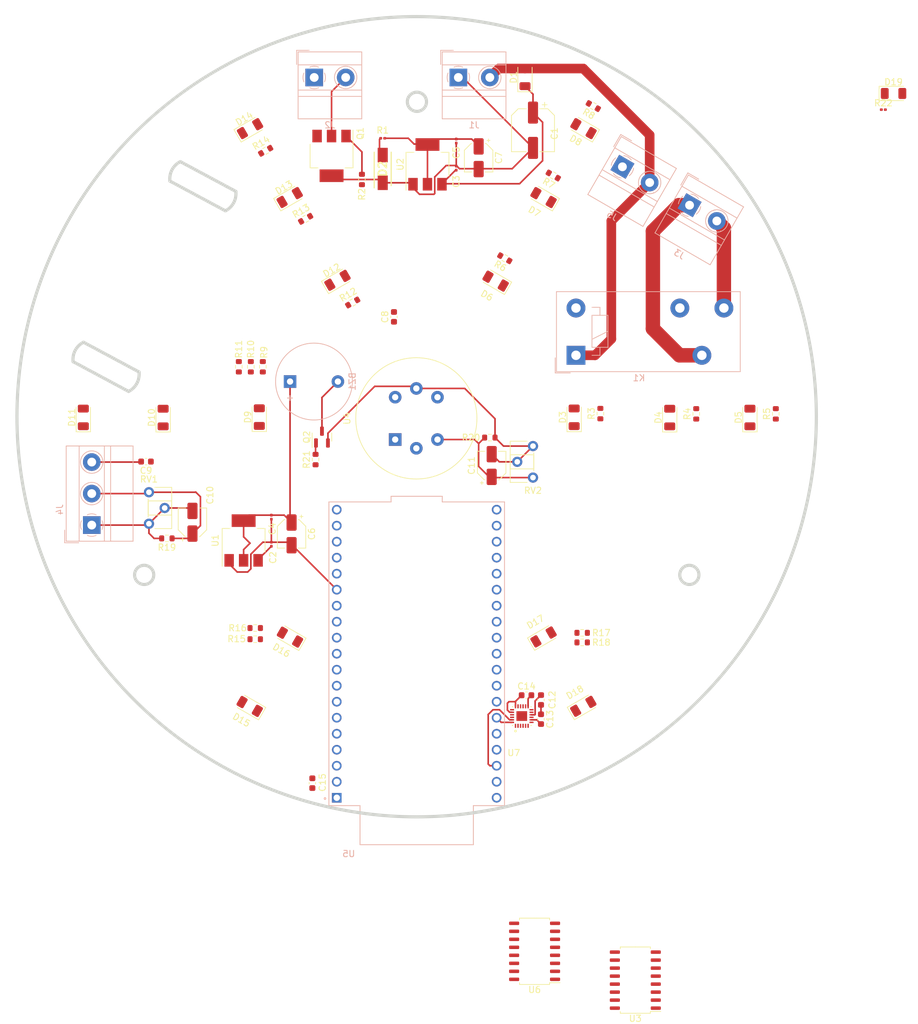
<source format=kicad_pcb>
(kicad_pcb (version 20221018) (generator pcbnew)
  (layers (0 "F.Cu" signal) (1 "In1.Cu" power "GND") (2 "In2.Cu" power "PWR") (31 "B.Cu" signal) (34 "B.Paste" user) (35 "F.Paste" user) (36 "B.SilkS" user "B.Silkscreen") (37 "F.SilkS" user "F.Silkscreen") (38 "B.Mask" user) (39 "F.Mask" user) (44 "Edge.Cuts" user))
  (net 0 "")
  (net 1 "+3.3V")
  (net 2 "Net-(BZ1-+)")
  (net 3 "Earth")
  (net 4 "+5V")
  (net 5 "Net-(J4-Pin_3)")
  (net 6 "/Sen_ext")
  (net 7 "/Sen_int")
  (net 8 "Net-(U7-REGOUT)")
  (net 9 "Net-(D3-K)")
  (net 10 "Net-(D3-A)")
  (net 11 "Net-(D4-A)")
  (net 12 "Net-(D5-A)")
  (net 13 "Net-(D6-A)")
  (net 14 "Net-(D7-A)")
  (net 15 "Net-(D8-A)")
  (net 16 "Net-(D10-K)")
  (net 17 "Net-(D9-A)")
  (net 18 "Net-(D10-A)")
  (net 19 "Net-(D11-A)")
  (net 20 "Net-(D12-A)")
  (net 21 "Net-(D13-A)")
  (net 22 "Net-(D14-A)")
  (net 23 "Net-(D15-K)")
  (net 24 "Net-(D15-A)")
  (net 25 "Net-(D16-A)")
  (net 26 "Net-(D17-A)")
  (net 27 "Net-(D18-A)")
  (net 28 "+12V")
  (net 29 "/Pin_RL")
  (net 30 "Net-(Q1-G)")
  (net 31 "Net-(Q2-B)")
  (net 32 "/Pin_trans")
  (net 33 "/Pin_bzz")
  (net 34 "/ledR")
  (net 35 "/ledB")
  (net 36 "/ledY")
  (net 41 "GNDREF")
  (net 53 "/Pin_MPU")
  (net 67 "Net-(D19-A)")
  (net 68 "Net-(U5-IO16)")
  (net 69 "Net-(U5-IO17)")
  (net 71 "/SDA")
  (net 74 "/SCL")
  (net 91 "Net-(D2-A)")
  (net 92 "/Mod_trans/Trans_out")
  (net 93 "/Mod_Relay/Com")
  (net 94 "/Mod_Relay/NO")
  (net 95 "/Mod_ESP32/Db_led")
  (net 96 "/Mod_Relay/NC")
  (net 97 "Net-(#FLG02-pwr)")
  (net 98 "Net-(#FLG05-pwr)")
  (footprint "Capacitor_SMD:C_0201_0603Metric" (layer "F.Cu") (at 103.632 55.535 90)
    (fp_text reference "C3")
    (fp_text value "100nf" hide)
  )
  (footprint "LED_SMD:LED_1206_3216Metric" (layer "F.Cu") (at 44.38 95.1 90)
    (fp_text reference "D11")
    (fp_text value "Blue_Led")
  )
  (footprint "LED_SMD:LED_1206_3216Metric" (layer "F.Cu") (at 123.812436 140.95 30)
    (fp_text reference "D18")
    (fp_text value "Yellow_Led")
  )
  (footprint "Capacitor_SMD:CP_Elec_6.3x5.4" (layer "F.Cu") (at 115.824 49.524 -90)
    (fp_text reference "C1")
    (fp_text value "100uf")
  )
  (footprint "Capacitor_SMD:C_0201_0603Metric" (layer "F.Cu") (at 74.26 110.932 -90)
    (fp_text reference "C4")
    (fp_text value "100nf" hide)
  )
  (footprint "Package_TO_SOT_SMD:SOT-23" (layer "F.Cu") (at 82.296 98.2195 90)
    (fp_text reference "Q2")
    (fp_text value "BC817")
  )
  (footprint "Resistor_SMD:R_0603_1608Metric" (layer "F.Cu") (at 69.088 87.059 90)
    (fp_text reference "R11")
    (fp_text value "220" hide)
  )
  (footprint "Potentiometer_THT:Potentiometer_ACP_CA6-H2,5_Horizontal" (layer "F.Cu") (at 115.824 104.648 180)
    (fp_text reference "RV2")
    (fp_text value "20K")
  )
  (footprint "LED_SMD:LED_1206_3216Metric" (layer "F.Cu") (at 123.847564 49.27 150)
    (fp_text reference "D8")
    (fp_text value "Red_Led")
  )
  (footprint "Resistor_SMD:R_0603_1608Metric" (layer "F.Cu") (at 87.18 76.86 30)
    (fp_text reference "R12")
    (fp_text value "220")
  )
  (footprint "Resistor_SMD:R_0603_1608Metric" (layer "F.Cu") (at 71.691 128.524)
    (fp_text reference "R16")
    (fp_text value "220" hide)
  )
  (footprint "LED_SMD:LED_1206_3216Metric" (layer "F.Cu") (at 117.497564 60.21 150)
    (fp_text reference "D7")
    (fp_text value "Red_Led")
  )
  (footprint "Resistor_SMD:R_0603_1608Metric" (layer "F.Cu") (at 71.691 130.302)
    (fp_text reference "R15")
    (fp_text value "220" hide)
  )
  (footprint "Capacitor_SMD:C_0603_1608Metric" (layer "F.Cu") (at 117.094 142.989 -90)
    (fp_text reference "C13")
    (fp_text value "10nF" hide)
  )
  (footprint "Resistor_SMD:R_0603_1608Metric" (layer "F.Cu") (at 88.646 57.341 90)
    (fp_text reference "R2")
    (fp_text value "220")
  )
  (footprint "Package_TO_SOT_SMD:SOT-223-3_TabPin2" (layer "F.Cu") (at 99.06 54.942 90)
    (fp_text reference "U2")
    (fp_text value "AMS1117-5.0" hide)
  )
  (footprint "LED_SMD:LED_1206_3216Metric" (layer "F.Cu") (at 70.87 49.27 30)
    (fp_text reference "D14")
    (fp_text value "Blue_Led")
  )
  (footprint "LED_SMD:LED_1206_3216Metric" (layer "F.Cu") (at 84.757564 73.34 30)
    (fp_text reference "D12")
    (fp_text value "Blue_Led")
  )
  (footprint "LED_SMD:LED_1206_3216Metric" (layer "F.Cu") (at 72.34 95.05 90)
    (fp_text reference "D9")
    (fp_text value "Blue_Led")
  )
  (footprint "Package_TO_SOT_SMD:SOT-223-3_TabPin2" (layer "F.Cu") (at 69.85 114.632 90)
    (fp_text reference "U1")
    (fp_text value "AMS1117-3.3" hide)
  )
  (footprint "LED_SMD:LED_1206_3216Metric" (layer "F.Cu") (at 137.55 95.12 90)
    (fp_text reference "D4")
    (fp_text value "Red_Led")
  )
  (footprint "Capacitor_SMD:C_0603_1608Metric" (layer "F.Cu") (at 93.738 79.144 90)
    (fp_text reference "C8")
    (fp_text value "100nf")
  )
  (footprint "Resistor_SMD:R_0603_1608Metric" (layer "F.Cu") (at 126.53 94.495 90)
    (fp_text reference "R3")
    (fp_text value "220")
  )
  (footprint "LED_SMD:LED_1206_3216Metric" (layer "F.Cu") (at 150.29 95.11 90)
    (fp_text reference "D5")
    (fp_text value "Red_Led")
  )
  (footprint "Resistor_SMD:R_0603_1608Metric" (layer "F.Cu") (at 119.045529 56.7075 150)
    (fp_text reference "R7")
    (fp_text value "220")
  )
  (footprint "Resistor_SMD:R_0201_0603Metric" (layer "F.Cu") (at 171.484 46.258)
    (fp_text reference "R22")
    (fp_text value "220")
  )
  (footprint "Resistor_SMD:R_0603_1608Metric" (layer "F.Cu") (at 79.7 63.58 30)
    (fp_text reference "R13")
    (fp_text value "220")
  )
  (footprint "Sensor:MQ-6" (layer "F.Cu") (at 93.93 98.61 90)
    (fp_text reference "U4")
    (fp_text value "MQ-6")
  )
  (footprint "Resistor_SMD:R_0201_0603Metric" (layer "F.Cu") (at 91.948 50.8 180)
    (fp_text reference "R1")
    (fp_text value "220" hide)
  )
  (footprint "Resistor_SMD:R_0603_1608Metric" (layer "F.Cu") (at 72.898 87.059 90)
    (fp_text reference "R9")
    (fp_text value "220" hide)
  )
  (footprint "Capacitor_SMD:C_0603_1608Metric" (layer "F.Cu") (at 80.772 153.149 90)
    (fp_text reference "C15")
    (fp_text value "100nf" hide)
  )
  (footprint "Capacitor_SMD:C_0201_0603Metric" (layer "F.Cu") (at 74.26 115.225 90)
    (fp_text reference "C2")
    (fp_text value "100nf" hide)
  )
  (footprint "Capacitor_SMD:CP_Elec_4x5.4" (layer "F.Cu") (at 109.26 102.734 90)
    (fp_text reference "C11")
    (fp_text value "4.7 uF" hide)
  )
  (footprint "MPU-6500:QFN40P300X300X95-25N" (layer "F.Cu") (at 114.046 142.494 90)
    (fp_text reference "U7")
    (fp_text value "MPU-6500" hide)
  )
  (footprint "Capacitor_SMD:C_0201_0603Metric" (layer "F.Cu") (at 103.632 51.242 -90)
    (fp_text reference "C5")
    (fp_text value "100nf" hide)
  )
  (footprint "Resistor_SMD:R_0603_1608Metric" (layer "F.Cu") (at 108.966 98.298)
    (fp_text reference "R20")
    (fp_text value "100" hide)
  )
  (footprint "Resistor_SMD:R_0603_1608Metric" (layer "F.Cu") (at 73.35 52.78 30)
    (fp_text reference "R14")
    (fp_text value "220")
  )
  (footprint "Resistor_SMD:R_0603_1608Metric" (layer "F.Cu") (at 123.635 129.286 180)
    (fp_text reference "R17")
    (fp_text value "220" hide)
  )
  (footprint "Capacitor_SMD:C_0603_1608Metric" (layer "F.Cu") (at 117.094 139.941 -90)
    (fp_text reference "C12")
    (fp_text value "100nf" hide)
  )
  (footprint "LED_SMD:LED_1206_3216Metric" (layer "F.Cu") (at 109.887564 73.47 150)
    (fp_text reference "D6")
    (fp_text value "Red_Led")
  )
  (footprint "LED_SMD:LED_1206_3216Metric" (layer "F.Cu") (at 57.06 95.12 90)
    (fp_text reference "D10")
    (fp_text value "Blue_Led")
  )
  (footprint "Resistor_SMD:R_0603_1608Metric" (layer "F.Cu") (at 154.4 94.535 90)
    (fp_text reference "R5")
    (fp_text value "220")
  )
  (footprint "Resistor_SMD:R_0603_1608Metric" (layer "F.Cu") (at 141.76 94.535 90)
    (fp_text reference "R4")
    (fp_text value "220")
  )
  (footprint "Resistor_SMD:R_0603_1608Metric" (layer "F.Cu") (at 125.405529 45.6875 150)
    (fp_text reference "R8")
    (fp_text value "220")
  )
  (footprint "LED_SMD:LED_1206_3216Metric" (layer "F.Cu") (at 173.104 43.688)
    (fp_text reference "D19")
    (fp_text value "Green_Led")
  )
  (footprint "Capacitor_SMD:CP_Elec_4x5.4" (layer "F.Cu") (at 61.722 111.738 90)
    (fp_text reference "C10")
    (fp_text value "4.7 uF" hide)
  )
  (footprint "LED_SMD:LED_1206_3216Metric" (layer "F.Cu") (at 77.217564 129.97 150)
    (fp_text reference "D16")
    (fp_text value "Yellow_Led")
  )
  (footprint "Resistor_SMD:R_0603_1608Metric" (layer "F.Cu") (at 123.635 130.81 180)
    (fp_text reference "R18")
    (fp_text value "220" hide)
  )
  (footprint "Potentiometer_THT:Potentiometer_ACP_CA6-H2,5_Horizontal" (layer "F.Cu") (at 54.809 106.974)
    (fp_text reference "RV1")
    (fp_text value "20K")
  )
  (footprint "Package_SO:SOIC-16_4.55x10.3mm_P1.27mm" (layer "F.Cu") (at 132.08 184.404 180)
    (fp_text reference "U3")
    (fp_text value "ULN2003")
  )
  (footprint "Resistor_SMD:R_0603_1608Metric" (layer "F.Cu") (at 111.345529 69.8375 150)
    (fp_text reference "R6")
    (fp_text value "220")
  )
  (footprint "Resistor_SMD:R_0603_1608Metric" (layer "F.Cu") (at 57.658 114.3 180)
    (fp_text reference "R19")
    (fp_text value "100" hide)
  )
  (footprint "Package_TO_SOT_SMD:SOT-223" (layer "F.Cu") (at 83.82 53.594 -90)
    (fp_text reference "Q1")
    (fp_text value "BSP75N")
  )
  (footprint "LED_SMD:LED_1206_3216Metric" (layer "F.Cu") (at 70.817564 140.97 150)
    (fp_text reference "D15")
    (fp_text value "Yellow_Led")
  )
  (footprint "Resistor_SMD:R_0603_1608Metric" (layer "F.Cu") (at 70.993 87.059 90)
    (fp_text reference "R10")
    (fp_text value "220" hide)
  )
  (footprint "Resistor_SMD:R_0603_1608Metric" (layer "F.Cu") (at 81.28 101.791 90)
    (fp_text reference "R21")
    (fp_text value "1K")
  )
  (footprint "LED_SMD:LED_1206_3216Metric" (layer "F.Cu") (at 117.497564 129.94 30)
    (fp_text reference "D17")
    (fp_text value "Yellow_Led")
  )
  (footprint "Capacitor_SMD:CP_Elec_4x5.4" (layer "F.Cu") (at 107.188 53.892 -90)
    (fp_text reference "C7")
    (fp_text value "22uf" hide)
  )
  (footprint "Capacitor_SMD:C_0603_1608Metric" (layer "F.Cu") (at 54.343 102.108 180)
    (fp_text reference "C9")
    (fp_text value "100nf" hide)
  )
  (footprint "M7:DIOM5327X240N" (layer "F.Cu") (at 91.948 55.664 90)
    (fp_text reference "D2")
    (fp_text value "Green_Led" hide)
  )
  (footprint "LED_SMD:LED_1206_3216Metric" (layer "F.Cu") (at 114.554 41.128 90)
    (fp_text reference "D1")
    (fp_text value "M7")
  )
  (footprint "LED_SMD:LED_1206_3216Metric" (layer "F.Cu") (at 122.36 95.08 90)
    (fp_text reference "D3")
    (fp_text value "Red_Led")
  )
  (footprint "Capacitor_SMD:CP_Elec_4x5.4" (layer "F.Cu") (at 77.47 113.582 -90)
    (fp_text reference "C6")
    (fp_text value "22uf" hide)
  )
  (footprint "Capacitor_SMD:C_0603_1608Metric" (layer "F.Cu") (at 114.795 139.192)
    (fp_text reference "C14")
    (fp_text value "100nf" hide)
  )
  (footprint "Package_SO:SOIC-16_4.55x10.3mm_P1.27mm" (layer "F.Cu") (at 116.078 179.832 180)
    (fp_text reference "U6")
    (fp_text value "ULN2003")
  )
  (footprint "LED_SMD:LED_1206_3216Metric" (layer "F.Cu") (at 77.17 60.2 30)
    (fp_text reference "D13")
    (fp_text value "Blue_Led")
  )
  (footprint "esp32:MODULE_ESP32-DEVKITC" (layer "B.Cu") (at 97.3475 132.61)
    (fp_text reference "U5")
    (fp_text value "ESP32-DEVKITC")
  )
  (footprint "Relay_THT:Relay_SPDT_Finder_40.31" (layer "B.Cu") (at 122.6545 85.2415)
    (fp_text reference "K1")
    (fp_text value "FINDER-40.31")
  )
  (footprint "TerminalBlock_MetzConnect:TerminalBlock_MetzConnect_Type011_RT05502HBWC_1x02_P5.00mm_Horizontal" (layer "B.Cu") (at 130.031937 55.325468 -30)
    (fp_text reference "J5")
    (fp_text value "TB2")
  )
  (footprint "Buzzer_Beeper:Buzzer_12x9.5RM7.6" (layer "B.Cu") (at 77.226 89.408)
    (fp_text reference "BZ1")
    (fp_text value "Buzzer")
  )
  (footprint "TerminalBlock_MetzConnect:TerminalBlock_MetzConnect_Type011_RT05502HBWC_1x02_P5.00mm_Horizontal" (layer "B.Cu") (at 81.066 41.148)
    (fp_text reference "J2")
    (fp_text value "TB2")
  )
  (footprint "TerminalBlock_MetzConnect:TerminalBlock_MetzConnect_Type011_RT05502HBWC_1x02_P5.00mm_Horizontal" (layer "B.Cu") (at 103.966 41.148)
    (fp_text reference "J1")
    (fp_text value "TB2")
  )
  (footprint "TerminalBlock_MetzConnect:TerminalBlock_MetzConnect_Type011_RT05503HBWC_1x03_P5.00mm_Horizontal" (layer "B.Cu") (at 45.72 112.188 90)
    (fp_text reference "J4")
    (fp_text value "TB3")
  )
  (footprint "TerminalBlock_MetzConnect:TerminalBlock_MetzConnect_Type011_RT05502HBWC_1x02_P5.00mm_Horizontal" (layer "B.Cu") (at 140.699937 61.421468 -30)
    (fp_text reference "J3")
    (fp_text value "TB2")
  )
  (gr_arc (start 53.23 87.89) (mid 52.889813 89.69308) (end 51.577099 90.975112) (stroke (width 0.5)) (layer "Edge.Cuts"))
  (gr_line (start 42.762492 86.252539) (end 51.577099 90.975112) (stroke (width 0.5)) (layer "Edge.Cuts"))
  (gr_arc (start 58.142492 57.592539) (mid 58.482702 55.789471) (end 59.795392 54.507426) (stroke (width 0.5)) (layer "Edge.Cuts"))
  (gr_arc (start 68.61 59.23) (mid 68.269813 61.03308) (end 66.957099 62.315112) (stroke (width 0.5)) (layer "Edge.Cuts"))
  (gr_circle (center 140.6652 120.0912) (end 142.1892 120.0912) (stroke (width 0.5)) (fill none) (layer "Edge.Cuts"))
  (gr_line (start 44.415392 83.167426) (end 53.23 87.89) (stroke (width 0.5)) (layer "Edge.Cuts"))
  (gr_circle (center 97.34 94.99) (end 160.840857 94.99) (stroke (width 0.5)) (fill none) (layer "Edge.Cuts"))
  (gr_arc (start 42.762492 86.252539) (mid 43.102702 84.449471) (end 44.415392 83.167426) (stroke (width 0.5)) (layer "Edge.Cuts"))
  (gr_circle (center 54.0512 120.0912) (end 55.5752 120.0912) (stroke (width 0.5)) (fill none) (layer "Edge.Cuts"))
  (gr_line (start 59.795392 54.507426) (end 68.61 59.23) (stroke (width 0.5)) (layer "Edge.Cuts"))
  (gr_circle (center 97.3836 45.0088) (end 98.9076 45.0088) (stroke (width 0.5)) (fill none) (layer "Edge.Cuts"))
  (gr_line (start 58.142492 57.592539) (end 66.957099 62.315112) (stroke (width 0.5)) (layer "Edge.Cuts"))
  (segment (start 69.85 114.046) (end 70.866 115.062) (width 0.254) (layer "F.Cu") (net 1))
  (segment (start 70.72 110.612) (end 69.85 111.482) (width 0.254) (layer "F.Cu") (net 1))
  (segment (start 69.85 111.416) (end 69.85 114.046) (width 0.254) (layer "F.Cu") (net 1))
  (segment (start 74.26 110.612) (end 76.3 110.612) (width 0.254) (layer "F.Cu") (net 1))
  (segment (start 69.85 117.716) (end 69.85 116.078) (width 0.254) (layer "F.Cu") (net 1))
  (segment (start 115.046 140.949) (end 115.046 139.716) (width 0.254) (layer "F.Cu") (net 1))
  (segment (start 115.046 139.716) (end 115.57 139.192) (width 0.254) (layer "F.Cu") (net 1))
  (segment (start 77.194 111.716) (end 77.47 111.716) (width 0.254) (layer "F.Cu") (net 1))
  (segment (start 116.424 143.094) (end 115.591 143.094) (width 0.254) (layer "F.Cu") (net 1))
  (segment (start 74.26 110.612) (end 70.72 110.612) (width 0.254) (layer "F.Cu") (net 1))
  (segment (start 77.226 111.472) (end 77.226 89.408) (width 0.254) (layer "F.Cu") (net 1))
  (segment (start 69.85 116.078) (end 70.866 115.062) (width 0.254) (layer "F.Cu") (net 1))
  (segment (start 76.3 110.612) (end 77.47 111.782) (width 0.254) (layer "F.Cu") (net 1))
  (segment (start 77.47 111.716) (end 77.226 111.472) (width 0.254) (layer "F.Cu") (net 1))
  (segment (start 117.094 143.764) (end 116.424 143.094) (width 0.254) (layer "F.Cu") (net 1))
  (segment (start 82.296 91.938) (end 84.826 89.408) (width 0.254) (layer "F.Cu") (net 2))
  (segment (start 82.296 97.282) (end 82.296 91.938) (width 0.254) (layer "F.Cu") (net 2))
  (segment (start 54.809 111.974) (end 54.809 113.483) (width 0.254) (layer "F.Cu") (net 3))
  (segment (start 103.632 51.562) (end 103.632 55.215) (width 0.254) (layer "F.Cu") (net 3))
  (segment (start 117.094 142.214) (end 117.094 140.716) (width 0.254) (layer "F.Cu") (net 3))
  (segment (start 115.824 52.324) (end 112.522 55.626) (width 0.254) (layer "F.Cu") (net 3))
  (segment (start 103.632 55.118) (end 102.034999 55.118) (width 0.254) (layer "F.Cu") (net 3))
  (segment (start 76.993 114.905) (end 77.47 115.382) (width 0.254) (layer "F.Cu") (net 3))
  (segment (start 111.76 141.538344) (end 111.76 140.462) (width 0.254) (layer "F.Cu") (net 3))
  (segment (start 104.14 55.626) (end 107.188 55.626) (width 0.254) (layer "F.Cu") (net 3))
  (segment (start 67.55 118.35) (end 68.834 119.634) (width 0.254) (layer "F.Cu") (net 3))
  (segment (start 91.596 57.512) (end 91.948 57.864) (width 0.254) (layer "F.Cu") (net 3))
  (segment (start 109.26 100.934) (end 110.474 102.148) (width 0.254) (layer "F.Cu") (net 3))
  (segment (start 112.014 140.208) (end 113.004 140.208) (width 0.254) (layer "F.Cu") (net 3))
  (segment (start 113.324 102.148) (end 115.824 99.648) (width 0.254) (layer "F.Cu") (net 3))
  (segment (start 97.79 59.69) (end 96.76 58.66) (width 0.254) (layer "F.Cu") (net 3))
  (segment (start 77.5235 115.316) (end 77.47 115.316) (width 0.254) (layer "F.Cu") (net 3))
  (segment (start 45.72 112.188) (end 54.595 112.188) (width 0.254) (layer "F.Cu") (net 3))
  (segment (start 100.209999 56.943) (end 100.209999 59.556001) (width 0.254) (layer "F.Cu") (net 3))
  (segment (start 83.246 97.602) (end 90.678 90.17) (width 0.254) (layer "F.Cu") (net 3))
  (segment (start 70.999999 119.126) (end 70.999999 116.808) (width 0.254) (layer "F.Cu") (net 3))
  (segment (start 114.02 139.192) (end 113.046 140.166) (width 0.254) (layer "F.Cu") (net 3))
  (segment (start 111.76 140.462) (end 112.014 140.208) (width 0.254) (layer "F.Cu") (net 3))
  (segment (start 72.902999 114.905) (end 74.26 114.905) (width 0.254) (layer "F.Cu") (net 3))
  (segment (start 70.999999 116.808) (end 72.902999 114.905) (width 0.254) (layer "F.Cu") (net 3))
  (segment (start 70.491999 119.634) (end 70.999999 119.126) (width 0.254) (layer "F.Cu") (net 3))
  (segment (start 103.632 55.118) (end 104.14 55.626) (width 0.254) (layer "F.Cu") (net 3))
  (segment (start 112.501 141.894) (end 112.115656 141.894) (width 0.254) (layer "F.Cu") (net 3))
  (segment (start 109.791 95.313) (end 109.791 98.298) (width 0.254) (layer "F.Cu") (net 3))
  (segment (start 102.034999 55.118) (end 100.209999 56.943) (width 0.254) (layer "F.Cu") (net 3))
  (segment (start 109.791 98.298) (end 111.141 99.648) (width 0.254) (layer "F.Cu") (net 3))
  (segment (start 84.588 57.340999) (end 91.596 57.340999) (width 0.254) (layer "F.Cu") (net 3))
  (segment (start 91.948 57.864) (end 96.61 57.864) (width 0.254) (layer "F.Cu") (net 3))
  (segment (start 55.626 114.3) (end 56.833 114.3) (width 0.254) (layer "F.Cu") (net 3))
  (segment (start 103.966 41.148) (end 104.648 41.148) (width 0.254) (layer "F.Cu") (net 3))
  (segment (start 112.115656 141.894) (end 111.76 141.538344) (width 0.254) (layer "F.Cu") (net 3))
  (segment (start 83.82 56.744) (end 84.588 57.512) (width 0.254) (layer "F.Cu") (net 3))
  (segment (start 110.474 102.148) (end 113.324 102.148) (width 0.254) (layer "F.Cu") (net 3))
  (segment (start 100.209999 59.556001) (end 100.076 59.69) (width 0.254) (layer "F.Cu") (net 3))
  (segment (start 54.809 111.974) (end 57.309 109.474) (width 0.254) (layer "F.Cu") (net 3))
  (segment (start 67.55 117.782) (end 67.55 118.35) (width 0.254) (layer "F.Cu") (net 3))
  (segment (start 104.978 90.5) (end 109.791 95.313) (width 0.254) (layer "F.Cu") (net 3))
  (segment (start 96.76 58.66) (end 96.76 58.014) (width 0.254) (layer "F.Cu") (net 3))
  (segment (start 113.004 140.208) (end 113.046 140.166) (width 0.254) (layer "F.Cu") (net 3))
  (segment (start 97.29 90.5) (end 104.978 90.5) (width 0.254) (layer "F.Cu") (net 3))
  (segment (start 74.26 114.905) (end 76.993 114.905) (width 0.254) (layer "F.Cu") (net 3))
  (segment (start 68.834 119.634) (end 70.491999 119.634) (width 0.254) (layer "F.Cu") (net 3))
  (segment (start 96.96 90.17) (end 97.29 90.5) (width 0.254) (layer "F.Cu") (net 3))
  (segment (start 113.046 140.166) (end 113.046 140.949) (width 0.254) (layer "F.Cu") (net 3))
  (segment (start 74.26 114.905) (end 74.26 111.252) (width 0.254) (layer "F.Cu") (net 3))
  (segment (start 54.595 112.188) (end 54.809 111.974) (width 0.254) (layer "F.Cu") (net 3))
  (segment (start 104.648 41.148) (end 115.824 52.324) (width 0.254) (layer "F.Cu") (net 3))
  (segment (start 61.258 109.474) (end 57.309 109.474) (width 0.254) (layer "F.Cu") (net 3))
  (segment (start 77.15 115.636) (end 77.47 115.316) (width 0.254) (layer "F.Cu") (net 3))
  (segment (start 54.809 113.483) (end 55.626 114.3) (width 0.254) (layer "F.Cu") (net 3))
  (segment (start 112.522 55.626) (end 107.188 55.626) (width 0.254) (layer "F.Cu") (net 3))
  (segment (start 111.141 99.648) (end 115.824 99.648) (width 0.254) (layer "F.Cu") (net 3))
  (segment (start 96.61 57.864) (end 96.76 58.014) (width 0.254) (layer "F.Cu") (net 3))
  (segment (start 100.076 59.69) (end 97.79 59.69) (width 0.254) (layer "F.Cu") (net 3))
  (segment (start 90.678 90.17) (end 96.96 90.17) (width 0.254) (layer "F.Cu") (net 3))
  (segment (start 84.6475 122.44) (end 77.5235 115.316) (width 0.254) (layer "F.Cu") (net 3))
  (segment (start 83.246 99.157) (end 83.246 97.602) (width 0.254) (layer "F.Cu") (net 3))
  (segment (start 61.722 109.938) (end 61.258 109.474) (width 0.254) (layer "F.Cu") (net 3))
  (segment (start 99.06 51.714) (end 99.852 50.922) (width 0.254) (layer "F.Cu") (net 4))
  (segment (start 103.632 50.922) (end 106.084 50.922) (width 0.254) (layer "F.Cu") (net 4))
  (segment (start 99.06 58.014) (end 99.06 51.714) (width 0.254) (layer "F.Cu") (net 4))
  (segment (start 92.268 50.8) (end 96.012 50.8) (width 0.254) (layer "F.Cu") (net 4))
  (segment (start 106.084 50.922) (end 107.188 52.026) (width 0.254) (layer "F.Cu") (net 4))
  (segment (start 96.012 50.8) (end 96.926 51.714) (width 0.254) (layer "F.Cu") (net 4))
  (segment (start 99.852 50.922) (end 103.632 50.922) (width 0.254) (layer "F.Cu") (net 4))
  (segment (start 96.926 51.714) (end 99.06 51.714) (width 0.254) (layer "F.Cu") (net 4))
  (segment (start 72.15 117.782) (end 72.15 117.655) (width 0.254) (layer "F.Cu") (net 4))
  (segment (start 72.15 117.655) (end 74.26 115.545) (width 0.254) (layer "F.Cu") (net 4))
  (segment (start 53.568 102.108) (end 53.488 102.188) (width 0.254) (layer "F.Cu") (net 5))
  (segment (start 53.488 102.188) (end 45.72 102.188) (width 0.254) (layer "F.Cu") (net 5))
  (segment (start 62.19 106.974) (end 54.809 106.974) (width 0.254) (layer "F.Cu") (net 6))
  (segment (start 62.23 106.934) (end 62.19 106.974) (width 0.254) (layer "F.Cu") (net 6))
  (segment (start 58.483 114.3) (end 60.96 114.3) (width 0.254) (layer "F.Cu") (net 6))
  (segment (start 62.992 107.696) (end 62.23 106.934) (width 0.254) (layer "F.Cu") (net 6))
  (segment (start 45.72 107.188) (end 54.595 107.188) (width 0.254) (layer "F.Cu") (net 6))
  (segment (start 60.96 114.3) (end 61.722 113.538) (width 0.254) (layer "F.Cu") (net 6))
  (segment (start 54.595 107.188) (end 54.809 106.974) (width 0.254) (layer "F.Cu") (net 6))
  (segment (start 61.722 113.538) (end 62.992 112.268) (width 0.254) (layer "F.Cu") (net 6))
  (segment (start 62.992 112.268) (end 62.992 107.696) (width 0.254) (layer "F.Cu") (net 6))
  (segment (start 108.852 104.534) (end 107.188 102.87) (width 0.254) (layer "F.Cu") (net 7))
  (segment (start 107.188 102.87) (end 107.188 99.251) (width 0.254) (layer "F.Cu") (net 7))
  (segment (start 107.188 99.251) (end 108.141 98.298) (width 0.254) (layer "F.Cu") (net 7))
  (segment (start 109.374 104.648) (end 109.26 104.534) (width 0.254) (layer "F.Cu") (net 7))
  (segment (start 106.547 98.61) (end 107.188 99.251) (width 0.254) (layer "F.Cu") (net 7))
  (segment (start 100.65 98.61) (end 106.547 98.61) (width 0.254) (layer "F.Cu") (net 7))
  (segment (start 115.824 104.648) (end 109.374 104.648) (width 0.254) (layer "F.Cu") (net 7))
  (segment (start 109.26 104.534) (end 108.852 104.534) (width 0.254) (layer "F.Cu") (net 7))
  (segment (start 116.1044 142.294) (end 115.591 142.294) (width 0.254) (layer "F.Cu") (net 8))
  (segment (start 117.094 139.166) (end 116.165 140.095) (width 0.254) (layer "F.Cu") (net 8))
  (segment (start 116.165 142.2334) (end 116.1044 142.294) (width 0.254) (layer "F.Cu") (net 8))
  (segment (start 116.165 140.095) (end 116.165 142.2334) (width 0.254) (layer "F.Cu") (net 8))
  (segment (start 128.27 82.65) (end 128.27 63.917532) (width 1.524) (layer "F.Cu") (net 28))
  (segment (start 122.6545 85.2415) (end 125.6785 85.2415) (width 1.524) (layer "F.Cu") (net 28))
  (segment (start 134.362064 57.825468) (end 134.362064 50.288064) (width 1.524) (layer "F.Cu") (net 28))
  (segment (start 114.554 39.728) (end 110.386 39.728) (width 1.524) (layer "F.Cu") (net 28))
  (segment (start 123.802 39.728) (end 114.554 39.728) (width 1.524) (layer "F.Cu") (net 28))
  (segment (start 125.6785 85.2415) (end 128.27 82.65) (width 1.524) (layer "F.Cu") (net 28))
  (segment (start 128.27 63.917532) (end 134.362064 57.825468) (width 1.524) (layer "F.Cu") (net 28))
  (segment (start 134.362064 50.288064) (end 123.802 39.728) (width 1.524) (layer "F.Cu") (net 28))
  (segment (start 110.386 39.728) (end 108.966 41.148) (width 1.524) (layer "F.Cu") (net 28))
  (segment (start 86.12 50.444) (end 88.646 52.97) (width 0.254) (layer "F.Cu") (net 30))
  (segment (start 88.646 52.97) (end 88.646 56.516) (width 0.254) (layer "F.Cu") (net 30))
  (segment (start 81.28 100.966) (end 81.28 99.223) (width 0.254) (layer "F.Cu") (net 31))
  (segment (start 81.28 99.223) (end 81.346 99.157) (width 0.254) (layer "F.Cu") (net 31))
  (segment (start 110.0475 142.76) (end 110.7815 143.494) (width 0.254) (layer "F.Cu") (net 71))
  (segment (start 110.7815 143.494) (end 112.501 143.494) (width 0.254) (layer "F.Cu") (net 71))
  (segment (start 112.106 143.094) (end 110.501999 141.489999) (width 0.254) (layer "F.Cu") (net 74))
  (segment (start 108.978 150.38) (end 110.0475 150.38) (width 0.254) (layer "F.Cu") (net 74))
  (segment (start 112.501 143.094) (end 112.106 143.094) (width 0.254) (layer "F.Cu") (net 74))
  (segment (start 110.501999 141.489999) (end 109.465 141.489999) (width 0.254) (layer "F.Cu") (net 74))
  (segment (start 108.712 150.114) (end 108.978 150.38) (width 0.254) (layer "F.Cu") (net 74))
  (segment (start 109.465 141.489999) (end 108.712 142.242999) (width 0.254) (layer "F.Cu") (net 74))
  (segment (start 108.712 142.242999) (end 108.712 150.114) (width 0.254) (layer "F.Cu") (net 74))
  (segment (start 91.948 53.464) (end 91.44 52.956) (width 0.254) (layer "F.Cu") (net 91))
  (segment (start 91.44 52.956) (end 91.44 50.988) (width 0.254) (layer "F.Cu") (net 91))
  (segment (start 91.44 50.988) (end 91.628 50.8) (width 0.254) (layer "F.Cu") (net 91))
  (segment (start 83.82 50.444) (end 83.82 43.394) (width 0.254) (layer "F.Cu") (net 92))
  (segment (start 83.82 43.394) (end 86.066 41.148) (width 0.254) (layer "F.Cu") (net 92))
  (segment (start 134.874 65.532) (end 134.874 81.026) (width 2.286) (layer "F.Cu") (net 93))
  (segment (start 140.699937 61.421468) (end 138.984532 61.421468) (width 2.286) (layer "F.Cu") (net 93))
  (segment (start 138.984532 61.421468) (end 134.874 65.532) (width 2.286) (layer "F.Cu") (net 93))
  (segment (start 134.874 81.026) (end 139.0895 85.2415) (width 2.286) (layer "F.Cu") (net 93))
  (segment (start 139.0895 85.2415) (end 142.6545 85.2415) (width 2.286) (layer "F.Cu") (net 93))
  (segment (start 146.1545 65.045904) (end 145.030064 63.921468) (width 2.286) (layer "F.Cu") (net 94))
  (segment (start 146.1545 77.7415) (end 146.1545 65.045904) (width 2.286) (layer "F.Cu") (net 94))
  (segment (start 113.69 58.014) (end 117.348 54.356) (width 0.254) (layer "F.Cu") (net 97))
  (segment (start 117.348 54.356) (end 117.348 48.26) (width 0.254) (layer "F.Cu") (net 97))
  (segment (start 115.824 43.798) (end 114.554 42.528) (width 0.254) (layer "F.Cu") (net 97))
  (segment (start 115.824 46.736) (end 115.824 46.724) (width 0.254) (layer "F.Cu") (net 97))
  (segment (start 115.824 46.724) (end 115.824 43.798) (width 0.254) (layer "F.Cu") (net 97))
  (segment (start 103.632 55.855) (end 103.519 55.855) (width 0.254) (layer "F.Cu") (net 97))
  (segment (start 103.519 55.855) (end 101.36 58.014) (width 0.254) (layer "F.Cu") (net 97))
  (segment (start 101.36 58.014) (end 113.69 58.014) (width 0.254) (layer "F.Cu") (net 97))
  (segment (start 117.348 48.26) (end 115.824 46.736) (width 0.254) (layer "F.Cu") (net 97))
)
</source>
